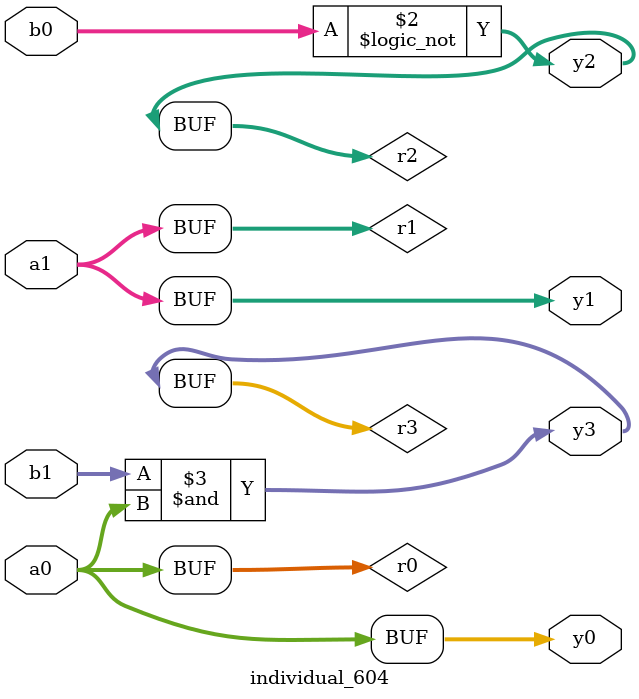
<source format=sv>
module individual_604(input logic [15:0] a1, input logic [15:0] a0, input logic [15:0] b1, input logic [15:0] b0, output logic [15:0] y3, output logic [15:0] y2, output logic [15:0] y1, output logic [15:0] y0);
logic [15:0] r0, r1, r2, r3; 
 always@(*) begin 
	 r0 = a0; r1 = a1; r2 = b0; r3 = b1; 
 	 r2 = ! r2 ;
 	 r3  &=  a0 ;
 	 y3 = r3; y2 = r2; y1 = r1; y0 = r0; 
end
endmodule
</source>
